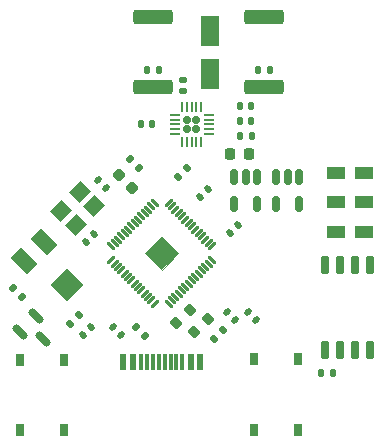
<source format=gbr>
%TF.GenerationSoftware,KiCad,Pcbnew,(6.0.9-0)*%
%TF.CreationDate,2022-12-13T13:56:08-05:00*%
%TF.ProjectId,easy-esc,65617379-2d65-4736-932e-6b696361645f,rev?*%
%TF.SameCoordinates,Original*%
%TF.FileFunction,Paste,Top*%
%TF.FilePolarity,Positive*%
%FSLAX46Y46*%
G04 Gerber Fmt 4.6, Leading zero omitted, Abs format (unit mm)*
G04 Created by KiCad (PCBNEW (6.0.9-0)) date 2022-12-13 13:56:08*
%MOMM*%
%LPD*%
G01*
G04 APERTURE LIST*
G04 Aperture macros list*
%AMRoundRect*
0 Rectangle with rounded corners*
0 $1 Rounding radius*
0 $2 $3 $4 $5 $6 $7 $8 $9 X,Y pos of 4 corners*
0 Add a 4 corners polygon primitive as box body*
4,1,4,$2,$3,$4,$5,$6,$7,$8,$9,$2,$3,0*
0 Add four circle primitives for the rounded corners*
1,1,$1+$1,$2,$3*
1,1,$1+$1,$4,$5*
1,1,$1+$1,$6,$7*
1,1,$1+$1,$8,$9*
0 Add four rect primitives between the rounded corners*
20,1,$1+$1,$2,$3,$4,$5,0*
20,1,$1+$1,$4,$5,$6,$7,0*
20,1,$1+$1,$6,$7,$8,$9,0*
20,1,$1+$1,$8,$9,$2,$3,0*%
%AMRotRect*
0 Rectangle, with rotation*
0 The origin of the aperture is its center*
0 $1 length*
0 $2 width*
0 $3 Rotation angle, in degrees counterclockwise*
0 Add horizontal line*
21,1,$1,$2,0,0,$3*%
G04 Aperture macros list end*
%ADD10C,0.010000*%
%ADD11RoundRect,0.167500X-0.167500X-0.167500X0.167500X-0.167500X0.167500X0.167500X-0.167500X0.167500X0*%
%ADD12RoundRect,0.050000X-0.375000X-0.050000X0.375000X-0.050000X0.375000X0.050000X-0.375000X0.050000X0*%
%ADD13RoundRect,0.050000X-0.050000X-0.375000X0.050000X-0.375000X0.050000X0.375000X-0.050000X0.375000X0*%
%ADD14RoundRect,0.250000X0.550000X-1.050000X0.550000X1.050000X-0.550000X1.050000X-0.550000X-1.050000X0*%
%ADD15RoundRect,0.135000X-0.035355X0.226274X-0.226274X0.035355X0.035355X-0.226274X0.226274X-0.035355X0*%
%ADD16RoundRect,0.150000X-0.150000X0.512500X-0.150000X-0.512500X0.150000X-0.512500X0.150000X0.512500X0*%
%ADD17RoundRect,0.150000X-0.150000X0.650000X-0.150000X-0.650000X0.150000X-0.650000X0.150000X0.650000X0*%
%ADD18R,0.750000X1.000000*%
%ADD19RoundRect,0.135000X0.226274X0.035355X0.035355X0.226274X-0.226274X-0.035355X-0.035355X-0.226274X0*%
%ADD20RoundRect,0.250000X1.425000X-0.362500X1.425000X0.362500X-1.425000X0.362500X-1.425000X-0.362500X0*%
%ADD21RoundRect,0.135000X0.135000X0.185000X-0.135000X0.185000X-0.135000X-0.185000X0.135000X-0.185000X0*%
%ADD22RoundRect,0.140000X0.219203X0.021213X0.021213X0.219203X-0.219203X-0.021213X-0.021213X-0.219203X0*%
%ADD23RotRect,1.400000X1.200000X225.000000*%
%ADD24RoundRect,0.135000X0.035355X-0.226274X0.226274X-0.035355X-0.035355X0.226274X-0.226274X0.035355X0*%
%ADD25RoundRect,0.218750X-0.335876X-0.026517X-0.026517X-0.335876X0.335876X0.026517X0.026517X0.335876X0*%
%ADD26RoundRect,0.140000X0.021213X-0.219203X0.219203X-0.021213X-0.021213X0.219203X-0.219203X0.021213X0*%
%ADD27RoundRect,0.140000X-0.140000X-0.170000X0.140000X-0.170000X0.140000X0.170000X-0.140000X0.170000X0*%
%ADD28RoundRect,0.140000X-0.021213X0.219203X-0.219203X0.021213X0.021213X-0.219203X0.219203X-0.021213X0*%
%ADD29RoundRect,0.135000X-0.135000X-0.185000X0.135000X-0.185000X0.135000X0.185000X-0.135000X0.185000X0*%
%ADD30RoundRect,0.200000X-0.053033X0.335876X-0.335876X0.053033X0.053033X-0.335876X0.335876X-0.053033X0*%
%ADD31RoundRect,0.218750X0.218750X0.256250X-0.218750X0.256250X-0.218750X-0.256250X0.218750X-0.256250X0*%
%ADD32RotRect,1.300000X2.000000X45.000000*%
%ADD33RotRect,2.000000X2.000000X45.000000*%
%ADD34RoundRect,0.150000X-0.521491X0.309359X0.309359X-0.521491X0.521491X-0.309359X-0.309359X0.521491X0*%
%ADD35RoundRect,0.140000X0.140000X0.170000X-0.140000X0.170000X-0.140000X-0.170000X0.140000X-0.170000X0*%
%ADD36RoundRect,0.006000X0.226274X0.359210X-0.359210X-0.226274X-0.226274X-0.359210X0.359210X0.226274X0*%
%ADD37RoundRect,0.020000X-0.226274X0.339411X-0.339411X0.226274X0.226274X-0.339411X0.339411X-0.226274X0*%
%ADD38R,1.600000X1.000000*%
%ADD39RoundRect,0.140000X0.170000X-0.140000X0.170000X0.140000X-0.170000X0.140000X-0.170000X-0.140000X0*%
%ADD40R,0.600000X1.450000*%
%ADD41R,0.300000X1.450000*%
G04 APERTURE END LIST*
%TO.C,U104*%
G36*
X134735929Y-122682000D02*
G01*
X133350000Y-124067929D01*
X131964071Y-122682000D01*
X133350000Y-121296071D01*
X134735929Y-122682000D01*
G37*
D10*
X134735929Y-122682000D02*
X133350000Y-124067929D01*
X131964071Y-122682000D01*
X133350000Y-121296071D01*
X134735929Y-122682000D01*
%TD*%
D11*
%TO.C,U101*%
X135480000Y-111350000D03*
X136300000Y-112170000D03*
X136300000Y-111350000D03*
X135480000Y-112170000D03*
D12*
X134440000Y-110960000D03*
X134440000Y-111360000D03*
X134440000Y-111760000D03*
X134440000Y-112160000D03*
X134440000Y-112560000D03*
D13*
X135090000Y-113210000D03*
X135490000Y-113210000D03*
X135890000Y-113210000D03*
X136290000Y-113210000D03*
X136690000Y-113210000D03*
D12*
X137340000Y-112560000D03*
X137340000Y-112160000D03*
X137340000Y-111760000D03*
X137340000Y-111360000D03*
X137340000Y-110960000D03*
D13*
X136690000Y-110310000D03*
X136290000Y-110310000D03*
X135890000Y-110310000D03*
X135490000Y-110310000D03*
X135090000Y-110310000D03*
%TD*%
D14*
%TO.C,C113*%
X137414000Y-107464000D03*
X137414000Y-103864000D03*
%TD*%
D15*
%TO.C,R109*%
X126344624Y-127909376D03*
X125623376Y-128630624D03*
%TD*%
D16*
%TO.C,U105*%
X141412000Y-116210500D03*
X140462000Y-116210500D03*
X139512000Y-116210500D03*
X139512000Y-118485500D03*
X141412000Y-118485500D03*
%TD*%
D17*
%TO.C,U103*%
X151003000Y-123654000D03*
X149733000Y-123654000D03*
X148463000Y-123654000D03*
X147193000Y-123654000D03*
X147193000Y-130854000D03*
X148463000Y-130854000D03*
X149733000Y-130854000D03*
X151003000Y-130854000D03*
%TD*%
D18*
%TO.C,SW101*%
X141127000Y-131620000D03*
X141127000Y-137620000D03*
X144877000Y-131620000D03*
X144877000Y-137620000D03*
%TD*%
D19*
%TO.C,R107*%
X131424624Y-115422624D03*
X130703376Y-114701376D03*
%TD*%
D20*
%TO.C,R105*%
X132588000Y-108626500D03*
X132588000Y-102701500D03*
%TD*%
D21*
%TO.C,R108*%
X147830000Y-132842000D03*
X146810000Y-132842000D03*
%TD*%
D22*
%TO.C,C107*%
X128609411Y-117179411D03*
X127930589Y-116500589D03*
%TD*%
D23*
%TO.C,Y101*%
X126414777Y-117493142D03*
X124859142Y-119048777D03*
X126061223Y-120250858D03*
X127616858Y-118695223D03*
%TD*%
D24*
%TO.C,R104*%
X137815376Y-129900624D03*
X138536624Y-129179376D03*
%TD*%
D22*
%TO.C,C110*%
X139531411Y-128355411D03*
X138852589Y-127676589D03*
%TD*%
D25*
%TO.C,D102*%
X129745153Y-116029153D03*
X130858847Y-117142847D03*
%TD*%
D26*
%TO.C,C104*%
X126660589Y-129625411D03*
X127339411Y-128946589D03*
%TD*%
D27*
%TO.C,C101*%
X139982000Y-110236000D03*
X140942000Y-110236000D03*
%TD*%
D28*
%TO.C,C111*%
X137245411Y-117262589D03*
X136566589Y-117941411D03*
%TD*%
D16*
%TO.C,U106*%
X144968000Y-116210500D03*
X144018000Y-116210500D03*
X143068000Y-116210500D03*
X143068000Y-118485500D03*
X144968000Y-118485500D03*
%TD*%
D22*
%TO.C,C106*%
X129879411Y-129625411D03*
X129200589Y-128946589D03*
%TD*%
D20*
%TO.C,R106*%
X141986000Y-108626500D03*
X141986000Y-102701500D03*
%TD*%
D29*
%TO.C,R101*%
X139952000Y-112776000D03*
X140972000Y-112776000D03*
%TD*%
D30*
%TO.C,R110*%
X135711363Y-127432637D03*
X134544637Y-128599363D03*
%TD*%
D28*
%TO.C,C108*%
X127593411Y-121072589D03*
X126914589Y-121751411D03*
%TD*%
D31*
%TO.C,D101*%
X140741500Y-114300000D03*
X139166500Y-114300000D03*
%TD*%
D32*
%TO.C,RV101*%
X123350959Y-121724614D03*
D33*
X125366214Y-125366214D03*
D32*
X121724614Y-123350959D03*
%TD*%
D15*
%TO.C,R102*%
X135488624Y-115463376D03*
X134767376Y-116184624D03*
%TD*%
D28*
%TO.C,C109*%
X139785411Y-120310589D03*
X139106589Y-120989411D03*
%TD*%
D22*
%TO.C,C112*%
X141309411Y-128355411D03*
X140630589Y-127676589D03*
%TD*%
D34*
%TO.C,U102*%
X122690839Y-127951336D03*
X121347336Y-129294839D03*
X123344913Y-129948913D03*
%TD*%
D19*
%TO.C,R103*%
X131932624Y-129646624D03*
X131211376Y-128925376D03*
%TD*%
%TO.C,R112*%
X121518624Y-126344624D03*
X120797376Y-125623376D03*
%TD*%
D18*
%TO.C,SW102*%
X125065000Y-137668000D03*
X125065000Y-131668000D03*
X121315000Y-131668000D03*
X121315000Y-137668000D03*
%TD*%
D29*
%TO.C,R113*%
X132078000Y-107188000D03*
X133098000Y-107188000D03*
%TD*%
D35*
%TO.C,C103*%
X140942000Y-111506000D03*
X139982000Y-111506000D03*
%TD*%
D36*
%TO.C,U104*%
X137617389Y-122091566D03*
X137334547Y-121808723D03*
X137051704Y-121525880D03*
X136768861Y-121243038D03*
X136486019Y-120960195D03*
X136203176Y-120677352D03*
X135920333Y-120394510D03*
X135637490Y-120111667D03*
X135354648Y-119828824D03*
X135071805Y-119545981D03*
X134788962Y-119263139D03*
X134506120Y-118980296D03*
X134223277Y-118697453D03*
X133940434Y-118414611D03*
D37*
X132759566Y-118414611D03*
X132476723Y-118697453D03*
X132193880Y-118980296D03*
X131911038Y-119263139D03*
X131628195Y-119545981D03*
X131345352Y-119828824D03*
X131062510Y-120111667D03*
X130779667Y-120394510D03*
X130496824Y-120677352D03*
X130213981Y-120960195D03*
X129931139Y-121243038D03*
X129648296Y-121525880D03*
X129365453Y-121808723D03*
X129082611Y-122091566D03*
D36*
X129082611Y-123272434D03*
X129365453Y-123555277D03*
X129648296Y-123838120D03*
X129931139Y-124120962D03*
X130213981Y-124403805D03*
X130496824Y-124686648D03*
X130779667Y-124969490D03*
X131062510Y-125252333D03*
X131345352Y-125535176D03*
X131628195Y-125818019D03*
X131911038Y-126100861D03*
X132193880Y-126383704D03*
X132476723Y-126666547D03*
X132759566Y-126949389D03*
D37*
X133940434Y-126949389D03*
X134223277Y-126666547D03*
X134506120Y-126383704D03*
X134788962Y-126100861D03*
X135071805Y-125818019D03*
X135354648Y-125535176D03*
X135637490Y-125252333D03*
X135920333Y-124969490D03*
X136203176Y-124686648D03*
X136486019Y-124403805D03*
X136768861Y-124120962D03*
X137051704Y-123838120D03*
X137334547Y-123555277D03*
X137617389Y-123272434D03*
%TD*%
D38*
%TO.C,SW103*%
X148120000Y-115856000D03*
X148120000Y-118356000D03*
X148120000Y-120856000D03*
X150520000Y-115856000D03*
X150520000Y-118356000D03*
X150520000Y-120856000D03*
%TD*%
D30*
%TO.C,R111*%
X137235363Y-128194637D03*
X136068637Y-129361363D03*
%TD*%
D29*
%TO.C,R114*%
X141476000Y-107188000D03*
X142496000Y-107188000D03*
%TD*%
D39*
%TO.C,C105*%
X135128000Y-108938000D03*
X135128000Y-107978000D03*
%TD*%
D35*
%TO.C,C102*%
X132560000Y-111760000D03*
X131600000Y-111760000D03*
%TD*%
D40*
%TO.C,J101*%
X130100000Y-131845000D03*
X130900000Y-131845000D03*
D41*
X132100000Y-131845000D03*
X133100000Y-131845000D03*
X133600000Y-131845000D03*
X134600000Y-131845000D03*
D40*
X135800000Y-131845000D03*
X136600000Y-131845000D03*
X136600000Y-131845000D03*
X135800000Y-131845000D03*
D41*
X135100000Y-131845000D03*
X134100000Y-131845000D03*
X132600000Y-131845000D03*
X131600000Y-131845000D03*
D40*
X130900000Y-131845000D03*
X130100000Y-131845000D03*
%TD*%
M02*

</source>
